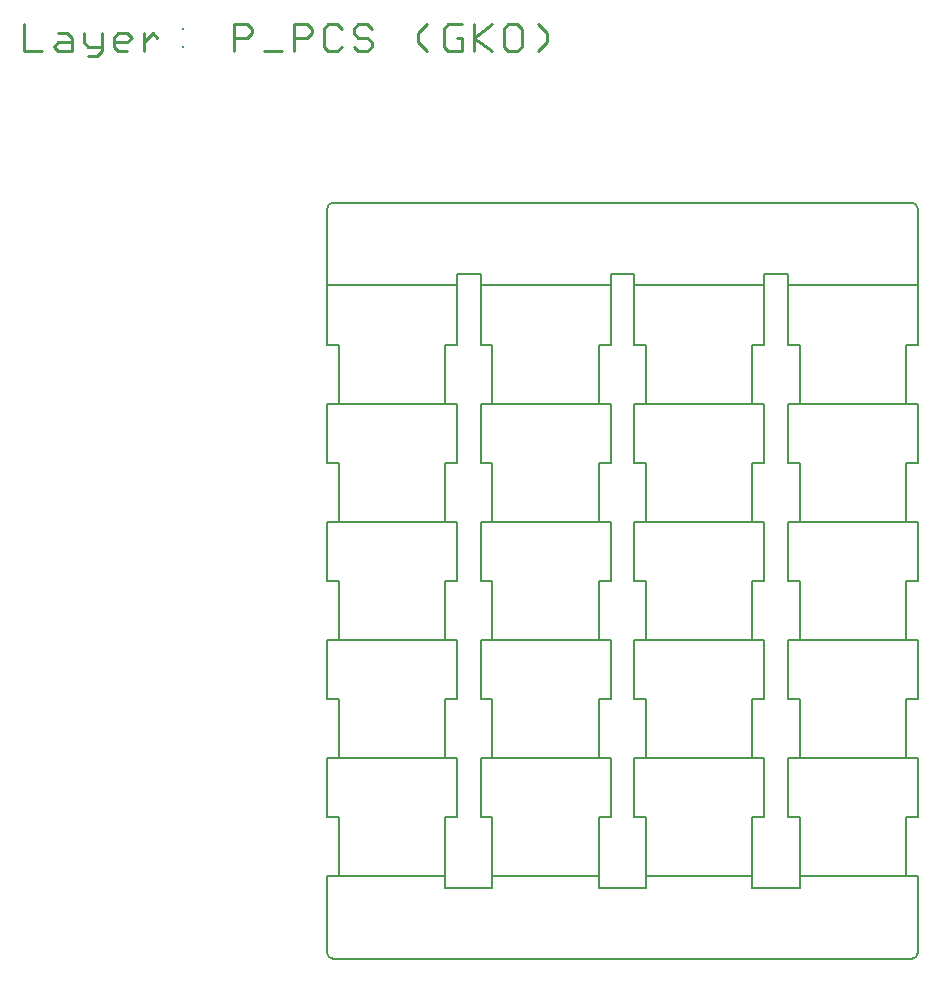
<source format=gko>
*
%FSTAX26Y26*%
%MOIN*%
%ADD10C,0.006000*%
%ADD11C,0.010000*%
%IPPOS*%
%LNp_pcs(gko)*%
%LPD*%
G75*
G54D10*
XY00472441D02*
X0003937D01*
Y00275591D01*
X00391732D01*
X00393701Y00277559D01*
Y00472441D01*
X00433071D01*
Y00669291D01*
XD01*
Y00472441D01*
Y00866142D02*
X0003937D01*
Y00669291D01*
X00391732D01*
X00393701Y0067126D01*
Y00866142D01*
X00433071D01*
Y01062992D01*
XD01*
Y00866142D01*
Y01259843D02*
X0003937D01*
Y01062992D01*
X00391732D01*
X00393701Y01064961D01*
Y01259843D01*
X00433071D01*
Y01456693D01*
XD01*
Y01259843D01*
Y01653543D02*
X0003937D01*
Y01456693D01*
X00391732D01*
X00393701Y01458661D01*
Y01653543D01*
X00433071D01*
Y01850394D01*
XD01*
Y01653543D01*
Y02047244D02*
X0003937D01*
Y01850394D01*
X00391732D01*
X00393701Y01852362D01*
Y02047244D01*
X00433071D01*
Y02244094D01*
XD01*
Y02047244D01*
X00511811Y00472441D02*
X00551181D01*
Y00275591D01*
X00903543D01*
X00905512Y00277559D01*
Y00472441D01*
X00944882D01*
Y00669291D01*
X00511811D01*
Y00472441D01*
Y00866142D02*
X00551181D01*
Y00669291D01*
X00903543D01*
X00905512Y0067126D01*
Y00866142D01*
X00944882D01*
Y01062992D01*
X00511811D01*
Y00866142D01*
Y01259843D02*
X00551181D01*
Y01062992D01*
X00903543D01*
X00905512Y01064961D01*
Y01259843D01*
X00944882D01*
Y01456693D01*
X00511811D01*
Y01259843D01*
Y01653543D02*
X00551181D01*
Y01456693D01*
X00903543D01*
X00905512Y01458661D01*
Y01653543D01*
X00944882D01*
Y01850394D01*
X00511811D01*
Y01653543D01*
Y02047244D02*
X00551181D01*
Y01850394D01*
X00903543D01*
X00905512Y01852362D01*
Y02047244D01*
X00944882D01*
Y02244094D01*
X00511811D01*
Y02047244D01*
X01023622Y00472441D02*
X01062992D01*
Y00275591D01*
X01415354D01*
X01417323Y00277559D01*
Y00472441D01*
X01456693D01*
Y00669291D01*
X01023622D01*
Y00472441D01*
Y00866142D02*
X01062992D01*
Y00669291D01*
X01415354D01*
X01417323Y0067126D01*
Y00866142D01*
X01456693D01*
Y01062992D01*
X01023622D01*
Y00866142D01*
Y01259843D02*
X01062992D01*
Y01062992D01*
X01415354D01*
X01417323Y01064961D01*
Y01259843D01*
X01456693D01*
Y01456693D01*
X01023622D01*
Y01259843D01*
Y01653543D02*
X01062992D01*
Y01456693D01*
X01415354D01*
X01417323Y01458661D01*
Y01653543D01*
X01456693D01*
Y01850394D01*
X01023622D01*
Y01653543D01*
Y02047244D02*
X01062992D01*
Y01850394D01*
X01415354D01*
X01417323Y01852362D01*
Y02047244D01*
X01456693D01*
Y02244094D01*
X01023622D01*
Y02047244D01*
X01535433Y00472441D02*
X01574803D01*
Y00275591D01*
X01927165D01*
X01929134Y00277559D01*
Y00472441D01*
X01968504D01*
Y00669291D01*
X01535433D01*
Y00472441D01*
Y00866142D02*
X01574803D01*
Y00669291D01*
X01927165D01*
X01929134Y0067126D01*
Y00866142D01*
X01968504D01*
Y01062992D01*
X01535433D01*
Y00866142D01*
Y01259843D02*
X01574803D01*
Y01062992D01*
X01927165D01*
X01929134Y01064961D01*
Y01259843D01*
X01968504D01*
Y01456693D01*
X01535433D01*
Y01259843D01*
Y01653543D02*
X01574803D01*
Y01456693D01*
X01927165D01*
X01929134Y01458661D01*
Y01653543D01*
X01968504D01*
Y01850394D01*
X01535433D01*
Y01653543D01*
Y02047244D02*
X01574803D01*
Y01850394D01*
X01927165D01*
X01929134Y01852362D01*
Y02047244D01*
X01968504D01*
Y02244094D01*
X01535433D01*
Y02047244D01*
X00019685YD02*
X01948819D01*
X01968504Y00019685D02*
Y00275591D01*
X01574803D01*
XD02*
Y00019685D01*
Y02244094D02*
X00433071D01*
X01968504D02*
Y025D01*
X01948819Y02519685D02*
X00019685D01*
XY025D02*
Y02244094D01*
X00433071D02*
Y02283465D01*
X00511811Y02244094D02*
Y02283465D01*
X00433071D02*
X00511811D01*
X00393701Y00277559D02*
Y0023622D01*
X00551181Y00275591D02*
Y0023622D01*
X00393701D02*
X00551181D01*
X00905512Y00277559D02*
Y0023622D01*
X01062992Y00275591D02*
Y0023622D01*
X00905512D02*
X01062992D01*
X01417323Y00277559D02*
Y0023622D01*
X01574803Y00275591D02*
Y0023622D01*
X01417323D02*
X01574803D01*
X00944882Y02244094D02*
Y02283465D01*
X01023622Y02244094D02*
Y02283465D01*
X00944882D02*
X01023622D01*
X01456693Y02244094D02*
Y02283465D01*
X01535433Y02244094D02*
Y02283465D01*
X01456693D02*
X01535433D01*
X00511811Y02244094D02*
X00944882D01*
X01023622D02*
X01456693D01*
X01535433D02*
X01968504D01*
X01417323Y00275591D02*
X01062992D01*
X00905512D02*
X00551181D01*
X00393701D02*
XD01*
X00019685Y02519685D02*
G03XY025IJ-00019685D01*
X01948819Y02519685D02*
G02X01968504Y025IJ-00019685D01*
Y00019685D02*
G02X01948819YI-00019685JD01*
XY00019685D02*
G03X00019685YI00019685JD01*
G54D11*
X-01010749Y03114089D02*
G01Y03024685D01*
X-00951146D01*
X-00895848Y03084288D02*
X-00866047D01*
X-00851146Y03069387D01*
Y03024685D01*
X-00895848D01*
X-00910749Y03039586D01*
X-00895848Y03054486D01*
X-00851146D01*
X-00810749Y03084288D02*
Y03054486D01*
X-00795848Y03039586D01*
X-00751146D01*
Y03084288D02*
Y03024685D01*
X-00766047Y03009784D01*
X-00795848D01*
X-00666047Y03024685D02*
X-00695848D01*
X-00710749Y03039586D01*
Y03069387D01*
X-00695848Y03084288D01*
X-00666047D01*
X-00651146Y03069387D01*
X-00666047Y03054486D01*
X-00710749D01*
X-00610749Y03084288D02*
Y03024685D01*
Y03054486D02*
X-00580948Y03084288D01*
X-00566047Y03069387D01*
X-00480948Y03039586D03*
Y03099188D03*
X-00310749Y03024685D02*
Y03114089D01*
X-00266047D01*
X-00251146Y03099188D01*
Y03084288D01*
X-00266047Y03069387D01*
X-00310749D01*
X-00210749Y03024685D02*
X-00151146D01*
X-00110749D02*
Y03114089D01*
X-00066047D01*
X-00051146Y03099188D01*
Y03084288D01*
X-00066047Y03069387D01*
X-00110749D01*
X00048854Y03039586D02*
X00033953Y03024685D01*
X00004152D01*
X-00010749Y03039586D01*
Y03099188D01*
X00004152Y03114089D01*
X00033953D01*
X00048854Y03099188D01*
X00089251Y03039586D02*
X00104152Y03024685D01*
X00133953D01*
X00148854Y03039586D01*
Y03054486D01*
X00133953Y03069387D01*
X00104152D01*
X00089251Y03084288D01*
Y03099188D01*
X00104152Y03114089D01*
X00133953D01*
X00148854Y03099188D01*
X00333953Y03024685D02*
X00304152Y03054486D01*
Y03084288D01*
X00333953Y03114089D01*
X00404152D02*
X00448854D01*
X00404152D02*
X00389251Y03099188D01*
Y03039586D01*
X00404152Y03024685D01*
X00448854D01*
Y03069387D01*
X00433953D01*
X00489251Y03114089D02*
Y03024685D01*
X00548854Y03114089D02*
X00489251Y03069387D01*
X00548854Y03024685D01*
X00589251Y03039586D02*
Y03099188D01*
X00604152Y03114089D01*
X00633953D01*
X00648854Y03099188D01*
Y03039586D01*
X00633953Y03024685D01*
X00604152D01*
X00589251Y03039586D01*
X00704152Y03024685D02*
X00733953Y03054486D01*
Y03084288D01*
X00704152Y03114089D01*
M02*

</source>
